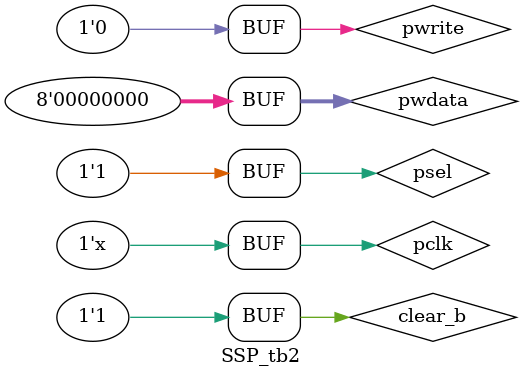
<source format=v>
/*
 * Author: Sam Rojanasakdakul
 * 
 * Description: A testbench for the looped synchronous serial port where the receive FIFO and transmit FIFO are connected.
 *		The serial output of the transmit FIFO becomes the serial input of the receive FIFO.
 */
module SSP_tb2();					//Testing looped SSP with transmit wire to receive

	reg pclk;					//Clock for Serial Synchronous Port
	reg clear_b;					//Low active clear signal
	reg psel;					//Chip select signal
	reg pwrite;					//Write/Read signal
	reg [7:0] pwdata;				//8-bit transmission data

	wire [7:0] prdata;				//8-bit receive data
	wire sspoe_b;					//Active low output enable signal
	wire tx_to_rx;					//Serial transmit output data from SSP enters as serial receive input data
	wire clk_wire;					//sspclkout wires to sspclkin
	wire fss_wire;					//sspfssout wires to sspfssin
	wire ssptxintr;					//Transmission interrupt signal
	wire ssprxintr;					//Receive interrupt signal
	
	always #5 pclk = ~pclk;
	
	SSP SSP2_instance(
		.pclk(pclk),
		.clear_b(clear_b),
		.psel(psel),
		.pwrite(pwrite),
		.sspclkin(clk_wire),
		.sspfssin(fss_wire),
		.ssprxd(tx_to_rx),
		.pwdata(pwdata),
		.ssptxintr(ssptxintr),
		.ssprxintr(ssprxintr),
		.ssptxd(tx_to_rx),
		.sspoe_b(sspoe_b),
		.sspfssout(fss_wire),
		.sspclkout(clk_wire),
		.prdata(prdata)
	);

	initial begin
		$monitor($time,"sspclk = %b pwdata = %b prdata = %b", clk_wire, pwdata, prdata); 
		pclk = 0;
		clear_b = 0;
		psel = 1;
		pwdata = 8'hFF;
		
		#10
		clear_b = 1;
		pwrite = 1;
		pwdata = 8'h51; 

		#10
		pwdata = 8'h24;

		#10
		pwdata = 8'h67;

		#10
		pwdata = 8'hF3;

		#10
		pwdata = 8'hB6;

		#10
		pwdata = 8'h84;
		
		#10
		psel = 0;
		pwdata = 8'h00;

		#800
		psel = 1;
		pwrite = 0;
	end
endmodule

</source>
